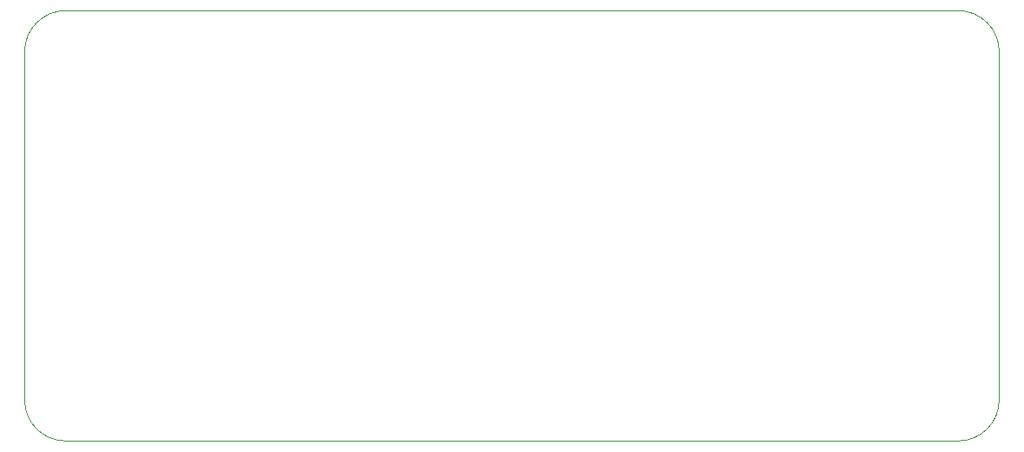
<source format=gbr>
%TF.GenerationSoftware,KiCad,Pcbnew,9.0.6*%
%TF.CreationDate,2025-12-26T01:47:04+08:00*%
%TF.ProjectId,hnr26-controller,686e7232-362d-4636-9f6e-74726f6c6c65,v0.0.6*%
%TF.SameCoordinates,Original*%
%TF.FileFunction,Profile,NP*%
%FSLAX46Y46*%
G04 Gerber Fmt 4.6, Leading zero omitted, Abs format (unit mm)*
G04 Created by KiCad (PCBNEW 9.0.6) date 2025-12-26 01:47:04*
%MOMM*%
%LPD*%
G01*
G04 APERTURE LIST*
%TA.AperFunction,Profile*%
%ADD10C,0.050000*%
%TD*%
G04 APERTURE END LIST*
D10*
X4000000Y0D02*
G75*
G02*
X0Y4000000I0J4000000D01*
G01*
X4000000Y42000000D02*
X91000000Y42000000D01*
X91000000Y0D02*
X4000000Y0D01*
X0Y4000000D02*
X0Y38000000D01*
X95000000Y4000000D02*
G75*
G02*
X91000000Y0I-4000000J0D01*
G01*
X0Y38000000D02*
G75*
G02*
X4000000Y42000000I4000000J0D01*
G01*
X95000000Y38000000D02*
X95000000Y4000000D01*
X91000000Y42000000D02*
G75*
G02*
X95000000Y38000000I0J-4000000D01*
G01*
M02*

</source>
